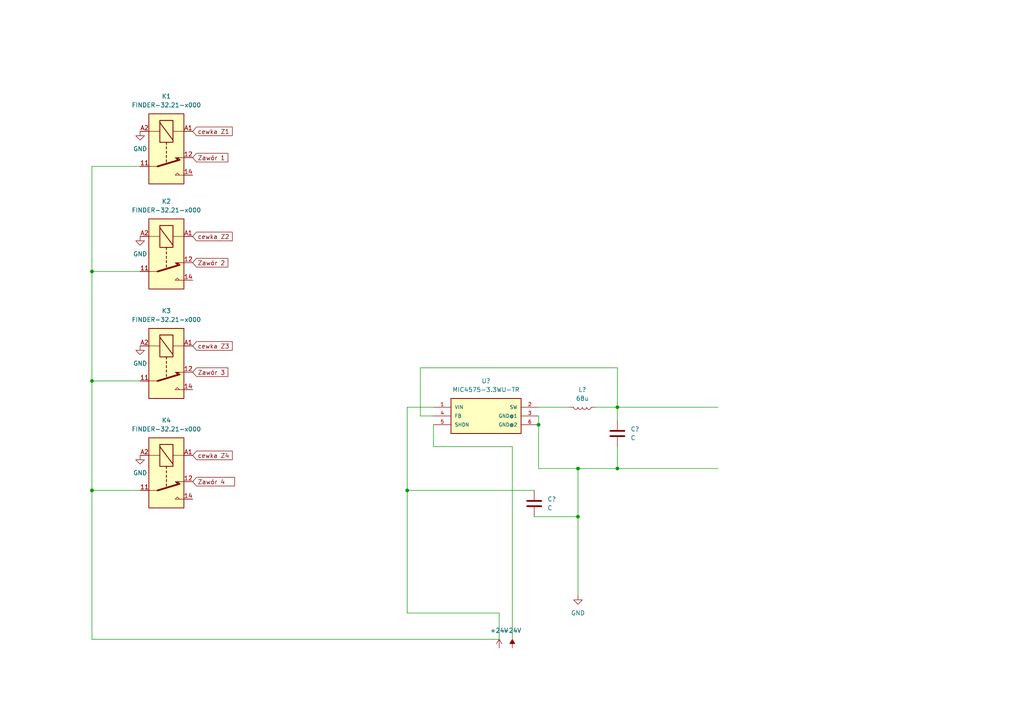
<source format=kicad_sch>
(kicad_sch (version 20211123) (generator eeschema)
  (paper "A4")
  (lib_symbols
    (symbol "Device:C" (pin_numbers hide) (pin_names (offset 0.254))
      (property "Reference" "C" (at 0.635 2.54 0))
      (property "Value" "C" (at 0.635 -2.54 0))
      (symbol "C_0_1"
        (polyline (pts (xy -2.032 -0.762) (xy 2.032 -0.762)) (stroke (width 0.508)))
        (polyline (pts (xy -2.032 0.762) (xy 2.032 0.762)) (stroke (width 0.508)))
      )
      (symbol "C_1_1"
        (pin passive line (at 0 3.81 270) (length 2.794) (name "~") (number "1"))
        (pin passive line (at 0 -3.81 90) (length 2.794) (name "~") (number "2"))
      )
    )
    (symbol "Device:L" (pin_numbers hide) (pin_names (offset 1.016) hide)
      (property "Reference" "L" (at -1.27 0 90))
      (property "Value" "L" (at 1.905 0 90))
      (symbol "L_0_1"
        (arc (start 0 -2.54) (mid 0.635 -1.905) (end 0 -1.27))
        (arc (start 0 -1.27) (mid 0.635 -0.635) (end 0 0))
        (arc (start 0 0) (mid 0.635 0.635) (end 0 1.27))
        (arc (start 0 1.27) (mid 0.635 1.905) (end 0 2.54))
      )
      (symbol "L_1_1"
        (pin passive line (at 0 3.81 270) (length 1.27) (name "1") (number "1"))
        (pin passive line (at 0 -3.81 90) (length 1.27) (name "2") (number "2"))
      )
    )
    (symbol "MIC4575-3.3WU-TR:MIC4575-3.3WU-TR" (pin_names (offset 1.016))
      (property "Reference" "U" (at -10.1854 5.6134 0))
      (property "Value" "MIC4575-3.3WU-TR" (at -10.4394 -7.1374 0))
      (symbol "MIC4575-3.3WU-TR_0_0"
        (rectangle (start -10.16 -5.08) (end 10.16 5.08) (stroke (width 0.254)) (fill (type background)))
        (pin input line (at -15.24 2.54 0) (length 5.08) (name "VIN") (number "1"))
        (pin output line (at 15.24 2.54 180) (length 5.08) (name "SW") (number "2"))
        (pin power_in line (at 15.24 0 180) (length 5.08) (name "GND@1") (number "3"))
        (pin input line (at -15.24 0 0) (length 5.08) (name "FB") (number "4"))
        (pin input line (at -15.24 -2.54 0) (length 5.08) (name "SHDN") (number "5"))
        (pin power_in line (at 15.24 -2.54 180) (length 5.08) (name "GND@2") (number "6"))
      )
    )
    (symbol "Relay:FINDER-32.21-x000"
      (property "Reference" "K" (at 11.43 3.81 0))
      (property "Value" "FINDER-32.21-x000" (at 11.43 1.27 0))
      (symbol "FINDER-32.21-x000_0_0"
        (polyline (pts (xy 2.54 5.08) (xy 2.54 2.54) (xy 3.175 3.175) (xy 2.54 3.81)) (fill (type outline)))
        (polyline (pts (xy 7.62 5.08) (xy 7.62 2.54) (xy 6.985 3.175) (xy 7.62 3.81)))
      )
      (symbol "FINDER-32.21-x000_0_1"
        (rectangle (start -10.16 5.08) (end 10.16 -5.08) (stroke (width 0.254)) (fill (type background)))
        (rectangle (start -8.255 1.905) (end -1.905 -1.905) (stroke (width 0.254)))
        (polyline (pts (xy -7.62 -1.905) (xy -2.54 1.905)) (stroke (width 0.254)))
        (polyline (pts (xy -5.08 -5.08) (xy -5.08 -1.905)))
        (polyline (pts (xy -5.08 5.08) (xy -5.08 1.905)))
        (polyline (pts (xy -1.905 0) (xy -1.27 0)) (stroke (width 0.254)))
        (polyline (pts (xy -0.635 0) (xy 0 0)) (stroke (width 0.254)))
        (polyline (pts (xy 0.635 0) (xy 1.27 0)) (stroke (width 0.254)))
        (polyline (pts (xy 1.905 0) (xy 2.54 0)) (stroke (width 0.254)))
        (polyline (pts (xy 3.175 0) (xy 3.81 0)) (stroke (width 0.254)))
        (polyline (pts (xy 5.08 -2.54) (xy 3.175 3.81)) (stroke (width 0.508)))
        (polyline (pts (xy 5.08 -2.54) (xy 5.08 -5.08)))
      )
      (symbol "FINDER-32.21-x000_1_1"
        (pin passive line (at 5.08 -7.62 90) (length 2.54) (name "~") (number "11"))
        (pin passive line (at 2.54 7.62 270) (length 2.54) (name "~") (number "12"))
        (pin passive line (at 7.62 7.62 270) (length 2.54) (name "~") (number "14"))
        (pin passive line (at -5.08 7.62 270) (length 2.54) (name "~") (number "A1"))
        (pin passive line (at -5.08 -7.62 90) (length 2.54) (name "~") (number "A2"))
      )
    )
    (symbol "power:+24V" (power) (pin_names (offset 0))
      (property "Value" "+24V" (at 0 3.556 0))
      (symbol "+24V_0_1"
        (polyline (pts (xy -0.762 1.27) (xy 0 2.54)))
        (polyline (pts (xy 0 0) (xy 0 2.54)))
        (polyline (pts (xy 0 2.54) (xy 0.762 1.27)))
      )
      (symbol "+24V_1_1"
        (pin power_in line (at 0 0 90) (length 0) hide (name "+24V") (number "1"))
      )
    )
    (symbol "power:-24V" (power) (pin_names (offset 0))
      (property "Value" "-24V" (at 0 3.81 0))
      (symbol "-24V_0_0"
        (pin power_in line (at 0 0 90) (length 0) hide (name "-24V") (number "1"))
      )
      (symbol "-24V_0_1"
        (polyline (pts (xy 0 0) (xy 0 1.27) (xy 0.762 1.27) (xy 0 2.54) (xy -0.762 1.27) (xy 0 1.27)) (fill (type outline)))
      )
    )
    (symbol "power:GND" (power) (pin_names (offset 0))
      (property "Value" "GND" (at 0 -3.81 0))
      (symbol "GND_0_1"
        (polyline (pts (xy 0 0) (xy 0 -1.27) (xy 1.27 -1.27) (xy 0 -2.54) (xy -1.27 -1.27) (xy 0 -1.27)))
      )
      (symbol "GND_1_1"
        (pin power_in line (at 0 0 270) (length 0) hide (name "GND") (number "1"))
      )
    )
  )
  (junction (at 156.21 123.19))
  (junction (at 179.07 118.11))
  (junction (at 26.67 110.49))
  (junction (at 118.11 142.24))
  (junction (at 26.67 78.74))
  (junction (at 179.07 135.89))
  (junction (at 167.64 135.89))
  (junction (at 167.64 149.86))
  (junction (at 26.67 142.24))
  (wire (pts (xy 179.07 129.54) (xy 179.07 135.89)))
  (wire (pts (xy 179.07 106.68) (xy 179.07 118.11)))
  (wire (pts (xy 179.07 118.11) (xy 172.72 118.11)))
  (wire (pts (xy 26.67 78.74) (xy 40.64 78.74)))
  (wire (pts (xy 26.67 142.24) (xy 40.64 142.24)))
  (wire (pts (xy 156.21 123.19) (xy 156.21 135.89)))
  (wire (pts (xy 165.1 118.11) (xy 156.21 118.11)))
  (wire (pts (xy 179.07 118.11) (xy 208.28 118.11)))
  (wire (pts (xy 26.67 78.74) (xy 26.67 48.26)))
  (wire (pts (xy 26.67 110.49) (xy 26.67 78.74)))
  (wire (pts (xy 121.92 120.65) (xy 121.92 106.68)))
  (wire (pts (xy 125.73 129.54) (xy 125.73 123.19)))
  (wire (pts (xy 148.59 129.54) (xy 125.73 129.54)))
  (wire (pts (xy 156.21 135.89) (xy 167.64 135.89)))
  (wire (pts (xy 144.78 185.42) (xy 144.78 177.8)))
  (wire (pts (xy 118.11 118.11) (xy 125.73 118.11)))
  (wire (pts (xy 167.64 135.89) (xy 167.64 149.86)))
  (wire (pts (xy 118.11 118.11) (xy 118.11 142.24)))
  (wire (pts (xy 167.64 149.86) (xy 167.64 172.72)))
  (wire (pts (xy 154.94 149.86) (xy 167.64 149.86)))
  (wire (pts (xy 26.67 185.42) (xy 26.67 142.24)))
  (wire (pts (xy 179.07 118.11) (xy 179.07 121.92)))
  (wire (pts (xy 121.92 106.68) (xy 179.07 106.68)))
  (wire (pts (xy 144.78 185.42) (xy 26.67 185.42)))
  (wire (pts (xy 156.21 120.65) (xy 156.21 123.19)))
  (wire (pts (xy 118.11 142.24) (xy 118.11 177.8)))
  (wire (pts (xy 125.73 120.65) (xy 121.92 120.65)))
  (wire (pts (xy 26.67 110.49) (xy 40.64 110.49)))
  (wire (pts (xy 144.78 177.8) (xy 118.11 177.8)))
  (wire (pts (xy 26.67 142.24) (xy 26.67 110.49)))
  (wire (pts (xy 148.59 185.42) (xy 148.59 129.54)))
  (wire (pts (xy 26.67 48.26) (xy 40.64 48.26)))
  (wire (pts (xy 154.94 142.24) (xy 118.11 142.24)))
  (wire (pts (xy 167.64 135.89) (xy 179.07 135.89)))
  (wire (pts (xy 179.07 135.89) (xy 208.28 135.89)))
  (global_label "Zawór 2" (shape input) (at 55.88 76.2 0) (property "Intersheet References" "${INTERSHEET_REFS}" (effects hide)))
  (global_label "Zawór 3" (shape input) (at 55.88 107.95 0) (property "Intersheet References" "${INTERSHEET_REFS}" (effects hide)))
  (global_label "cewka Z2" (shape input) (at 55.88 68.58 0) (property "Intersheet References" "${INTERSHEET_REFS}" (effects hide)))
  (global_label "Zawór 4  " (shape input) (at 55.88 139.7 0) (property "Intersheet References" "${INTERSHEET_REFS}" (effects hide)))
  (global_label "cewka Z4" (shape input) (at 55.88 132.08 0) (property "Intersheet References" "${INTERSHEET_REFS}" (effects hide)))
  (global_label "Zawór 1" (shape input) (at 55.88 45.72 0) (property "Intersheet References" "${INTERSHEET_REFS}" (effects hide)))
  (global_label "cewka Z3" (shape input) (at 55.88 100.33 0) (property "Intersheet References" "${INTERSHEET_REFS}" (effects hide)))
  (global_label "cewka Z1" (shape input) (at 55.88 38.1 0) (property "Intersheet References" "${INTERSHEET_REFS}" (effects hide)))
  (symbol (lib_id "power:GND") (at 167.64 172.72 0) (unit 1)
    (property "Reference" "#PWR?" (effects hide))
    (property "Value" "GND" (at 167.64 177.8 0))
  )
  (symbol (lib_id "power:GND") (at 40.64 68.58 0) (unit 1)
    (property "Reference" "#PWR?" (effects hide))
    (property "Value" "GND" (at 40.64 73.66 0))
  )
  (symbol (lib_id "Device:C") (at 179.07 125.73 0) (unit 1)
    (property "Reference" "C?" (at 182.88 124.4599 0) (effects (justify left)))
    (property "Value" "C" (at 182.88 126.9999 0) (effects (justify left)))
  )
  (symbol (lib_id "power:+24V") (at 144.78 187.96 0) (unit 1)
    (property "Reference" "#PWR?" (effects hide))
    (property "Value" "+24V" (at 144.78 182.88 0))
  )
  (symbol (lib_id "power:-24V") (at 148.59 187.96 0) (unit 1)
    (property "Reference" "#PWR?" (effects hide))
    (property "Value" "-24V" (at 148.59 182.88 0))
  )
  (symbol (lib_id "Device:C") (at 154.94 146.05 0) (unit 1)
    (property "Reference" "C?" (at 158.75 144.7799 0) (effects (justify left)))
    (property "Value" "C" (at 158.75 147.3199 0) (effects (justify left)))
  )
  (symbol (lib_id "MIC4575-3.3WU-TR:MIC4575-3.3WU-TR") (at 140.97 120.65 0) (unit 1)
    (property "Reference" "U?" (at 140.97 110.49 0))
    (property "Value" "MIC4575-3.3WU-TR" (at 140.97 113.03 0))
    (property "Footprint" "TO170P1524X460-6N" (effects hide))
    (property "MANUFACTURER" "Micrel" (effects hide))
  )
  (symbol (lib_id "power:GND") (at 40.64 132.08 0) (unit 1)
    (property "Reference" "#PWR?" (effects hide))
    (property "Value" "GND" (at 40.64 137.16 0))
  )
  (symbol (lib_id "Relay:FINDER-32.21-x000") (at 48.26 137.16 270) (unit 1)
    (property "Reference" "K4" (at 48.26 121.92 90))
    (property "Value" "FINDER-32.21-x000" (at 48.26 124.46 90))
    (property "Footprint" "Relay_THT:Relay_SPDT_Finder_32.21-x000" (effects hide))
    (property "Datasheet" "https://gfinder.findernet.com/assets/Series/355/S32EN.pdf" (effects hide))
  )
  (symbol (lib_id "Device:L") (at 168.91 118.11 270) (unit 1)
    (property "Reference" "L?" (at 168.91 113.03 90))
    (property "Value" "68u" (at 168.91 115.57 90))
  )
  (symbol (lib_id "power:GND") (at 40.64 100.33 0) (unit 1)
    (property "Reference" "#PWR?" (effects hide))
    (property "Value" "GND" (at 40.64 105.41 0))
  )
  (symbol (lib_id "Relay:FINDER-32.21-x000") (at 48.26 105.41 270) (unit 1)
    (property "Reference" "K3" (at 48.26 90.17 90))
    (property "Value" "FINDER-32.21-x000" (at 48.26 92.71 90))
    (property "Footprint" "Relay_THT:Relay_SPDT_Finder_32.21-x000" (effects hide))
    (property "Datasheet" "https://gfinder.findernet.com/assets/Series/355/S32EN.pdf" (effects hide))
  )
  (symbol (lib_id "Relay:FINDER-32.21-x000") (at 48.26 43.18 270) (unit 1)
    (property "Reference" "K1" (at 48.26 27.94 90))
    (property "Value" "FINDER-32.21-x000" (at 48.26 30.48 90))
    (property "Footprint" "Relay_THT:Relay_SPDT_Finder_32.21-x000" (effects hide))
    (property "Datasheet" "https://gfinder.findernet.com/assets/Series/355/S32EN.pdf" (effects hide))
  )
  (symbol (lib_id "power:GND") (at 40.64 38.1 0) (unit 1)
    (property "Reference" "#PWR?" (effects hide))
    (property "Value" "GND" (at 40.64 43.18 0))
  )
  (symbol (lib_id "Relay:FINDER-32.21-x000") (at 48.26 73.66 270) (unit 1)
    (property "Reference" "K2" (at 48.26 58.42 90))
    (property "Value" "FINDER-32.21-x000" (at 48.26 60.96 90))
    (property "Footprint" "Relay_THT:Relay_SPDT_Finder_32.21-x000" (effects hide))
    (property "Datasheet" "https://gfinder.findernet.com/assets/Series/355/S32EN.pdf" (effects hide))
  )
)
</source>
